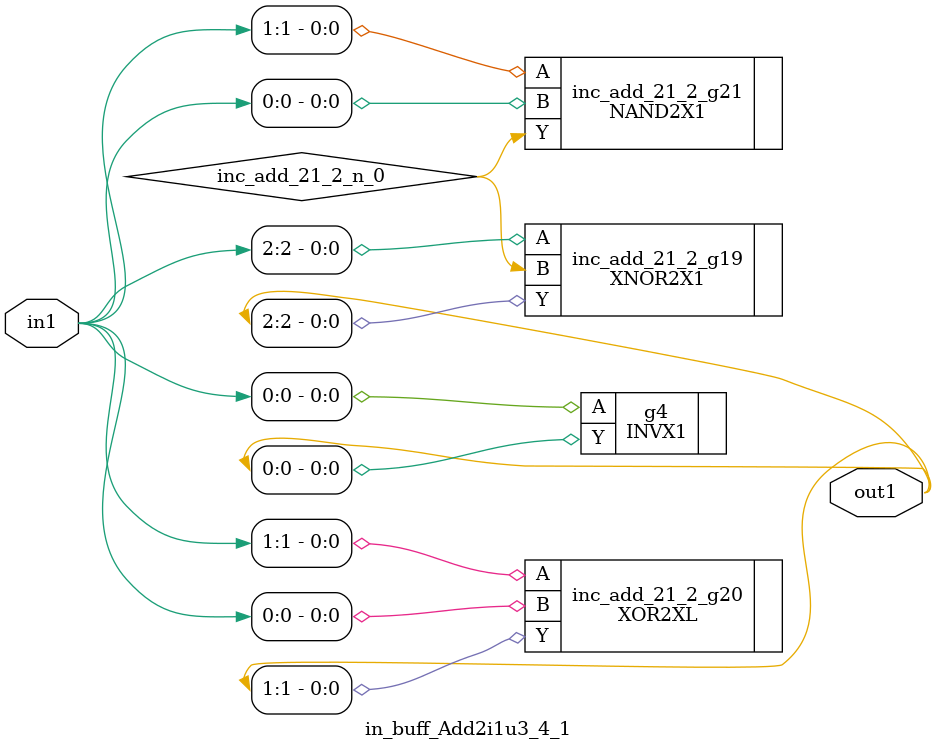
<source format=v>
`timescale 1ps / 1ps


module in_buff_Add2i1u3_4_1(in1, out1);
  input [2:0] in1;
  output [2:0] out1;
  wire [2:0] in1;
  wire [2:0] out1;
  wire inc_add_21_2_n_0;
  INVX1 g4(.A (in1[0]), .Y (out1[0]));
  XNOR2X1 inc_add_21_2_g19(.A (in1[2]), .B (inc_add_21_2_n_0), .Y
       (out1[2]));
  XOR2XL inc_add_21_2_g20(.A (in1[1]), .B (in1[0]), .Y (out1[1]));
  NAND2X1 inc_add_21_2_g21(.A (in1[1]), .B (in1[0]), .Y
       (inc_add_21_2_n_0));
endmodule



</source>
